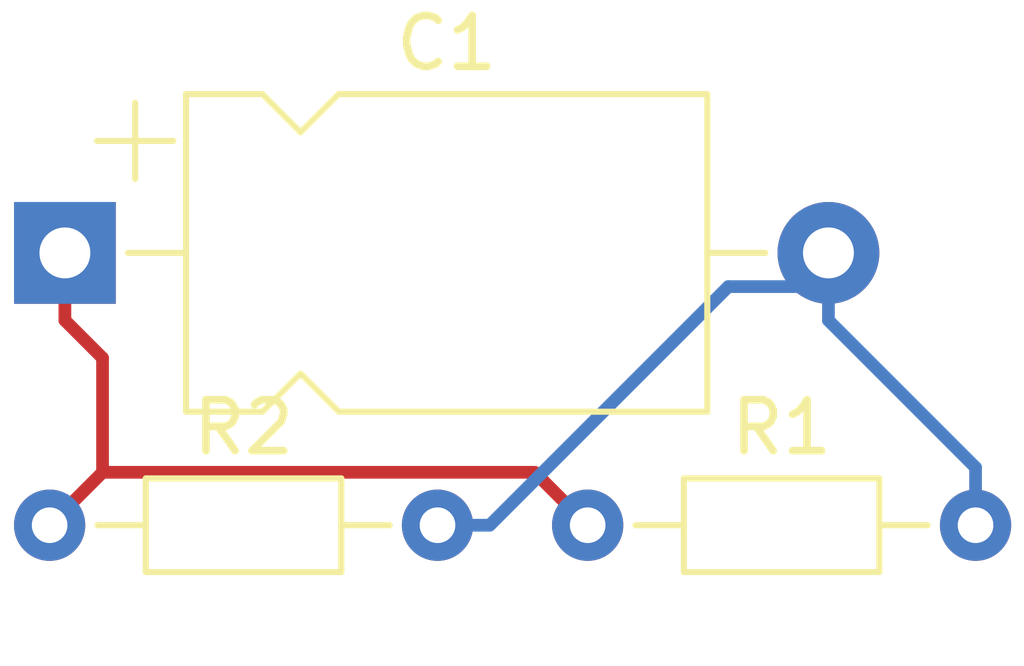
<source format=kicad_pcb>
(kicad_pcb (version 20211014) (generator pcbnew)
  (layers (0 "F.Cu" signal) (31 "B.Cu" signal) (34 "B.Paste" user) (35 "F.Paste" user) (36 "B.SilkS" user "B.Silkscreen") (37 "F.SilkS" user "F.Silkscreen") (38 "B.Mask" user) (39 "F.Mask" user) (44 "Edge.Cuts" user))
  (net 0 "")
  (net 1 "Net-(R1-Pad1)")
  (net 2 "Net-(R1-Pad2)")
  (footprint "Resistor_THT:R_Axial_DIN0204_L3.6mm_D1.6mm_P7.62mm_Horizontal" (layer "F.Cu") (at 111.87 89.17)
    (fp_text reference "R1" (at 3.81 -1.92) (layer "F.SilkS"))
    (fp_text value "R")
    (fp_line (start 5.73 -0.92) (end 1.89 -0.92) (layer "F.SilkS") (width 0.12))
    (fp_line (start 0.94 0) (end 1.89 0) (layer "F.SilkS") (width 0.12))
    (fp_line (start 1.89 0.92) (end 5.73 0.92) (layer "F.SilkS") (width 0.12))
    (fp_line (start 6.68 0) (end 5.73 0) (layer "F.SilkS") (width 0.12))
    (fp_line (start 1.89 -0.92) (end 1.89 0.92) (layer "F.SilkS") (width 0.12))
    (fp_line (start 5.73 0.92) (end 5.73 -0.92) (layer "F.SilkS") (width 0.12))
    (pad "1" thru_hole circle (at 0 0) (size 1.4 1.4) (drill 0.7) (layers *.Cu *.Mask) (net 1 "Net-(R1-Pad1)"))
    (pad "2" thru_hole oval (at 7.62 0) (size 1.4 1.4) (drill 0.7) (layers *.Cu *.Mask) (net 2 "Net-(R1-Pad2)"))
  )
  (footprint "Resistor_THT:R_Axial_DIN0204_L3.6mm_D1.6mm_P7.62mm_Horizontal" (layer "F.Cu") (at 101.3 89.17)
    (fp_text reference "R2" (at 3.81 -1.92) (layer "F.SilkS"))
    (fp_text value "R")
    (fp_line (start 5.73 0.92) (end 5.73 -0.92) (layer "F.SilkS") (width 0.12))
    (fp_line (start 5.73 -0.92) (end 1.89 -0.92) (layer "F.SilkS") (width 0.12))
    (fp_line (start 6.68 0) (end 5.73 0) (layer "F.SilkS") (width 0.12))
    (fp_line (start 1.89 -0.92) (end 1.89 0.92) (layer "F.SilkS") (width 0.12))
    (fp_line (start 0.94 0) (end 1.89 0) (layer "F.SilkS") (width 0.12))
    (fp_line (start 1.89 0.92) (end 5.73 0.92) (layer "F.SilkS") (width 0.12))
    (pad "1" thru_hole circle (at 0 0) (size 1.4 1.4) (drill 0.7) (layers *.Cu *.Mask) (net 1 "Net-(R1-Pad1)"))
    (pad "2" thru_hole oval (at 7.62 0) (size 1.4 1.4) (drill 0.7) (layers *.Cu *.Mask) (net 2 "Net-(R1-Pad2)"))
  )
  (footprint "Capacitor_THT:CP_Axial_L10.0mm_D6.0mm_P15.00mm_Horizontal" (layer "F.Cu") (at 101.6 83.82)
    (fp_text reference "C1" (at 7.5 -4.12) (layer "F.SilkS"))
    (fp_text value "C")
    (fp_line (start 5.38 3.12) (end 12.62 3.12) (layer "F.SilkS") (width 0.12))
    (fp_line (start 2.38 3.12) (end 3.88 3.12) (layer "F.SilkS") (width 0.12))
    (fp_line (start 1.24 0) (end 2.38 0) (layer "F.SilkS") (width 0.12))
    (fp_line (start 12.62 -3.12) (end 12.62 3.12) (layer "F.SilkS") (width 0.12))
    (fp_line (start 4.63 2.37) (end 5.38 3.12) (layer "F.SilkS") (width 0.12))
    (fp_line (start 3.88 3.12) (end 4.63 2.37) (layer "F.SilkS") (width 0.12))
    (fp_line (start 0.63 -2.2) (end 2.13 -2.2) (layer "F.SilkS") (width 0.12))
    (fp_line (start 1.38 -2.95) (end 1.38 -1.45) (layer "F.SilkS") (width 0.12))
    (fp_line (start 3.88 -3.12) (end 4.63 -2.37) (layer "F.SilkS") (width 0.12))
    (fp_line (start 2.38 -3.12) (end 2.38 3.12) (layer "F.SilkS") (width 0.12))
    (fp_line (start 4.63 -2.37) (end 5.38 -3.12) (layer "F.SilkS") (width 0.12))
    (fp_line (start 2.38 -3.12) (end 3.88 -3.12) (layer "F.SilkS") (width 0.12))
    (fp_line (start 13.76 0) (end 12.62 0) (layer "F.SilkS") (width 0.12))
    (fp_line (start 5.38 -3.12) (end 12.62 -3.12) (layer "F.SilkS") (width 0.12))
    (pad "1" thru_hole rect (at 0 0) (size 2 2) (drill 1) (layers *.Cu *.Mask) (net 1 "Net-(R1-Pad1)"))
    (pad "2" thru_hole oval (at 15 0) (size 2 2) (drill 1) (layers *.Cu *.Mask) (net 2 "Net-(R1-Pad2)"))
  )
  (segment (start 101.6 85.1451) (end 102.3396 85.8847) (width 0.25) (layer "F.Cu") (net 1))
  (segment (start 102.3396 85.8847) (end 102.3396 88.1304) (width 0.25) (layer "F.Cu") (net 1))
  (segment (start 102.3396 88.1304) (end 110.8304 88.1304) (width 0.25) (layer "F.Cu") (net 1))
  (segment (start 101.6 83.82) (end 101.6 85.1451) (width 0.25) (layer "F.Cu") (net 1))
  (segment (start 101.3 89.17) (end 102.3396 88.1304) (width 0.25) (layer "F.Cu") (net 1))
  (segment (start 110.8304 88.1304) (end 111.87 89.17) (width 0.25) (layer "F.Cu") (net 1))
  (segment (start 116.6 84.4825) (end 116.6 85.1451) (width 0.25) (layer "B.Cu") (net 2))
  (segment (start 108.92 89.17) (end 109.9451 89.17) (width 0.25) (layer "B.Cu") (net 2))
  (segment (start 116.6 84.4825) (end 114.6326 84.4825) (width 0.25) (layer "B.Cu") (net 2))
  (segment (start 116.6 83.82) (end 116.6 84.4825) (width 0.25) (layer "B.Cu") (net 2))
  (segment (start 114.6326 84.4825) (end 109.9451 89.17) (width 0.25) (layer "B.Cu") (net 2))
  (segment (start 119.49 88.0351) (end 119.49 89.17) (width 0.25) (layer "B.Cu") (net 2))
  (segment (start 116.6 85.1451) (end 119.49 88.0351) (width 0.25) (layer "B.Cu") (net 2))
)
</source>
